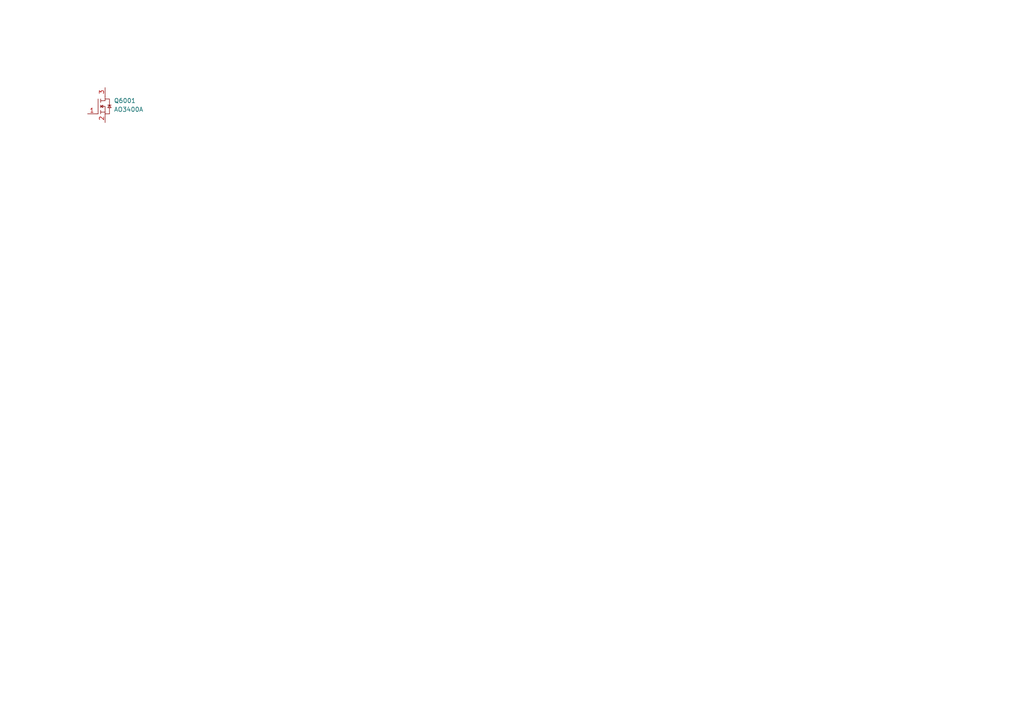
<source format=kicad_sch>
(kicad_sch
	(version 20231120)
	(generator "eeschema")
	(generator_version "8.0")
	(uuid "2a82675a-e6eb-448d-8f41-743d7f083535")
	(paper "A4")
	(title_block
		(title "Lily KiCad Library test")
		(date "2024-07-01")
		(rev "1")
		(company "LilyTronics")
	)
	(lib_symbols
		(symbol "lily_symbols:mosfet_n_AO3400A_sot23"
			(pin_names hide)
			(exclude_from_sim no)
			(in_bom yes)
			(on_board yes)
			(property "Reference" "Q"
				(at 7.62 3.81 0)
				(effects
					(font
						(size 1.27 1.27)
					)
					(justify left)
				)
			)
			(property "Value" "AO3400A"
				(at 7.62 1.27 0)
				(effects
					(font
						(size 1.27 1.27)
					)
					(justify left)
				)
			)
			(property "Footprint" "lily_footprints:sot23"
				(at 5.08 -15.24 0)
				(effects
					(font
						(size 1.27 1.27)
					)
					(hide yes)
				)
			)
			(property "Datasheet" ""
				(at -5.08 -2.54 0)
				(effects
					(font
						(size 1.27 1.27)
					)
					(hide yes)
				)
			)
			(property "Description" ""
				(at 0 0 0)
				(effects
					(font
						(size 1.27 1.27)
					)
					(hide yes)
				)
			)
			(property "Revision" "1"
				(at 5.08 -10.16 0)
				(effects
					(font
						(size 1.27 1.27)
					)
					(hide yes)
				)
			)
			(property "Status" "Active"
				(at 5.08 -12.7 0)
				(effects
					(font
						(size 1.27 1.27)
					)
					(hide yes)
				)
			)
			(property "Manufacturer" "Alpha and Omega Semicon "
				(at 5.08 -17.78 0)
				(effects
					(font
						(size 1.27 1.27)
					)
					(hide yes)
				)
			)
			(property "Manufacturer_ID" "AO3400A"
				(at 5.08 -20.32 0)
				(effects
					(font
						(size 1.27 1.27)
					)
					(hide yes)
				)
			)
			(property "Lily_ID" "1918-10001"
				(at 5.08 -22.86 0)
				(effects
					(font
						(size 1.27 1.27)
					)
					(hide yes)
				)
			)
			(property "JLCPCB_ID" "C20917"
				(at 5.08 -25.4 0)
				(effects
					(font
						(size 1.27 1.27)
					)
					(hide yes)
				)
			)
			(property "JLCPCB_STATUS" "Basic"
				(at 5.08 -27.94 0)
				(effects
					(font
						(size 1.27 1.27)
					)
					(hide yes)
				)
			)
			(symbol "mosfet_n_AO3400A_sot23_0_1"
				(polyline
					(pts
						(xy 3.048 0) (xy 2.54 0)
					)
					(stroke
						(width 0)
						(type default)
					)
					(fill
						(type none)
					)
				)
				(polyline
					(pts
						(xy 3.048 4.318) (xy 3.048 0)
					)
					(stroke
						(width 0)
						(type default)
					)
					(fill
						(type none)
					)
				)
				(polyline
					(pts
						(xy 3.81 0) (xy 3.81 1.016)
					)
					(stroke
						(width 0)
						(type default)
					)
					(fill
						(type none)
					)
				)
				(polyline
					(pts
						(xy 3.81 0.508) (xy 5.08 0.508)
					)
					(stroke
						(width 0)
						(type default)
					)
					(fill
						(type none)
					)
				)
				(polyline
					(pts
						(xy 3.81 1.778) (xy 3.81 2.54)
					)
					(stroke
						(width 0)
						(type default)
					)
					(fill
						(type none)
					)
				)
				(polyline
					(pts
						(xy 3.81 4.318) (xy 3.81 3.302)
					)
					(stroke
						(width 0)
						(type default)
					)
					(fill
						(type none)
					)
				)
				(polyline
					(pts
						(xy 5.08 3.81) (xy 3.81 3.81)
					)
					(stroke
						(width 0)
						(type default)
					)
					(fill
						(type none)
					)
				)
				(polyline
					(pts
						(xy 5.08 5.08) (xy 5.08 3.81)
					)
					(stroke
						(width 0)
						(type default)
					)
					(fill
						(type none)
					)
				)
				(polyline
					(pts
						(xy 5.842 2.54) (xy 6.858 2.54)
					)
					(stroke
						(width 0)
						(type default)
					)
					(fill
						(type none)
					)
				)
				(polyline
					(pts
						(xy 6.35 0) (xy 5.08 0)
					)
					(stroke
						(width 0)
						(type default)
					)
					(fill
						(type none)
					)
				)
				(polyline
					(pts
						(xy 3.81 2.159) (xy 5.08 2.159) (xy 5.08 0)
					)
					(stroke
						(width 0)
						(type default)
					)
					(fill
						(type none)
					)
				)
				(polyline
					(pts
						(xy 5.08 4.318) (xy 6.35 4.318) (xy 6.35 0)
					)
					(stroke
						(width 0)
						(type default)
					)
					(fill
						(type none)
					)
				)
				(polyline
					(pts
						(xy 3.81 2.159) (xy 4.445 2.54) (xy 4.445 1.778) (xy 3.81 2.159)
					)
					(stroke
						(width 0)
						(type default)
					)
					(fill
						(type none)
					)
				)
				(polyline
					(pts
						(xy 6.35 2.54) (xy 5.842 1.778) (xy 6.858 1.778) (xy 6.35 2.54)
					)
					(stroke
						(width 0)
						(type default)
					)
					(fill
						(type none)
					)
				)
			)
			(symbol "mosfet_n_AO3400A_sot23_1_1"
				(pin passive line
					(at 0 0 0)
					(length 2.54)
					(name ""
						(effects
							(font
								(size 1.27 1.27)
							)
						)
					)
					(number "1"
						(effects
							(font
								(size 1.27 1.27)
							)
						)
					)
				)
				(pin passive line
					(at 5.08 -2.54 90)
					(length 2.54)
					(name ""
						(effects
							(font
								(size 1.27 1.27)
							)
						)
					)
					(number "2"
						(effects
							(font
								(size 1.27 1.27)
							)
						)
					)
				)
				(pin passive line
					(at 5.08 7.62 270)
					(length 2.54)
					(name ""
						(effects
							(font
								(size 1.27 1.27)
							)
						)
					)
					(number "3"
						(effects
							(font
								(size 1.27 1.27)
							)
						)
					)
				)
			)
		)
	)
	(symbol
		(lib_id "lily_symbols:mosfet_n_AO3400A_sot23")
		(at 25.4 33.02 0)
		(unit 1)
		(exclude_from_sim no)
		(in_bom yes)
		(on_board yes)
		(dnp no)
		(uuid "135c98c4-6a87-4d2f-a9be-1313a5ed7543")
		(property "Reference" "Q6001"
			(at 33.02 29.21 0)
			(effects
				(font
					(size 1.27 1.27)
				)
				(justify left)
			)
		)
		(property "Value" "AO3400A"
			(at 33.02 31.75 0)
			(effects
				(font
					(size 1.27 1.27)
				)
				(justify left)
			)
		)
		(property "Footprint" "lily_footprints:sot23"
			(at 30.48 48.26 0)
			(effects
				(font
					(size 1.27 1.27)
				)
				(hide yes)
			)
		)
		(property "Datasheet" ""
			(at 20.32 35.56 0)
			(effects
				(font
					(size 1.27 1.27)
				)
				(hide yes)
			)
		)
		(property "Description" ""
			(at 25.4 33.02 0)
			(effects
				(font
					(size 1.27 1.27)
				)
				(hide yes)
			)
		)
		(property "Revision" "1"
			(at 30.48 43.18 0)
			(effects
				(font
					(size 1.27 1.27)
				)
				(hide yes)
			)
		)
		(property "Status" "Active"
			(at 30.48 45.72 0)
			(effects
				(font
					(size 1.27 1.27)
				)
				(hide yes)
			)
		)
		(property "Manufacturer" "Alpha and Omega Semicon "
			(at 30.48 50.8 0)
			(effects
				(font
					(size 1.27 1.27)
				)
				(hide yes)
			)
		)
		(property "Manufacturer_ID" "AO3400A"
			(at 30.48 53.34 0)
			(effects
				(font
					(size 1.27 1.27)
				)
				(hide yes)
			)
		)
		(property "Lily_ID" "1918-10001"
			(at 30.48 55.88 0)
			(effects
				(font
					(size 1.27 1.27)
				)
				(hide yes)
			)
		)
		(property "JLCPCB_ID" "C20917"
			(at 30.48 58.42 0)
			(effects
				(font
					(size 1.27 1.27)
				)
				(hide yes)
			)
		)
		(property "JLCPCB_STATUS" "Basic"
			(at 30.48 60.96 0)
			(effects
				(font
					(size 1.27 1.27)
				)
				(hide yes)
			)
		)
		(pin "1"
			(uuid "0bc810b9-245c-4d80-a7d0-a42b366f850d")
		)
		(pin "3"
			(uuid "c9a385e6-5c6b-4734-9eb7-abc4941f2640")
		)
		(pin "2"
			(uuid "0574b565-e464-4478-a3c1-5f02b394a64c")
		)
		(instances
			(project "kicad_lib_test"
				(path "/032b8f2d-5c08-4381-9e3a-c197ca84e3c5/510e0627-29ea-444b-9808-b352b324c010"
					(reference "Q6001")
					(unit 1)
				)
			)
		)
	)
)
</source>
